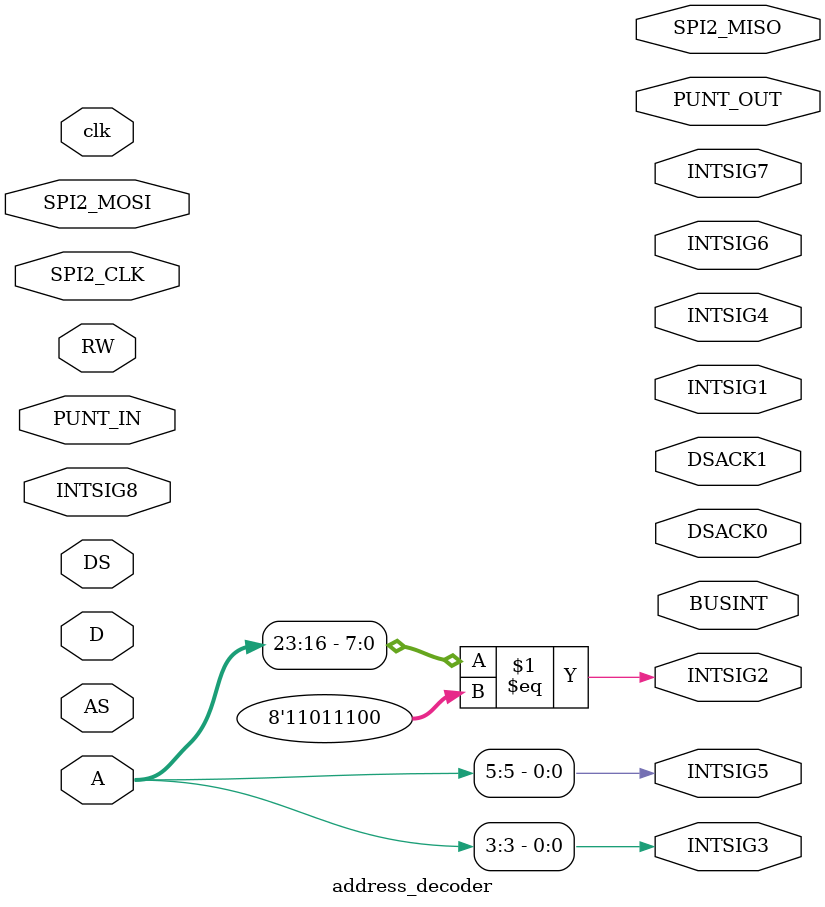
<source format=v>
`timescale 1ns / 1ps
module address_decoder(
	 input clk,
    input [23:0] A,
	 input RW,
	 output BUSINT,
	 output INTSIG1,
    output INTSIG2,
    output INTSIG3,
	 output INTSIG4,
    output INTSIG5,
	 output INTSIG6,
	 output INTSIG7,
	 input INTSIG8,
	 inout [7:0] D,
	 output DSACK0,
	 output DSACK1,
	 input PUNT_IN,
	 output PUNT_OUT,
	 input DS,
	 input AS,
	 output SPI2_MISO,
	 input SPI2_MOSI,
	 input SPI2_CLK
    );

assign INTSIG2 = A[23:16]==8'b1101_1100; //RTC registers at $DC0000 - $DCFFFF ,
//assign DSACK0 = (INTSIG2&&RW&&INTSIG8)?0 : 1'bZ;
//assign DSACK1 = (INTSIG2&&RW&&INTSIG8)?1 : 1'bZ;
assign INTSIG3 = A[3];
assign INTSIG5 = A[5];

endmodule

</source>
